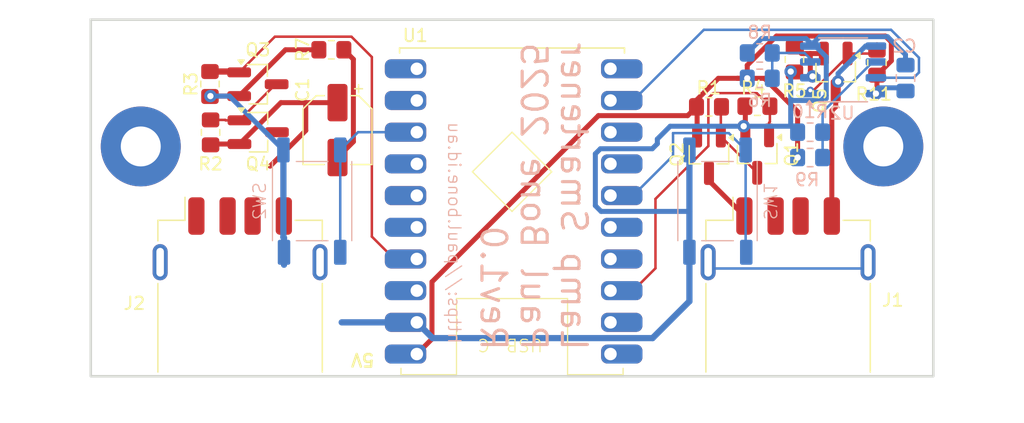
<source format=kicad_pcb>
(kicad_pcb (version 20241229) (generator "pcbnew") (generator_version "9.0")
  (layers (0 "F.Cu" signal) (2 "B.Cu" signal) (13 "F.Paste" user) (15 "B.Paste" user) (5 "F.SilkS" user "F.Silkscreen") (7 "B.SilkS" user "B.Silkscreen") (1 "F.Mask" user) (3 "B.Mask" user) (25 "Edge.Cuts" user))
  (net 0 "")
  (net 1 "GND")
  (net 2 "+5V")
  (net 5 "Net-(U1-GPIO6)")
  (net 6 "Net-(J1-VBUS)")
  (net 15 "Net-(J2-VBUS)")
  (net 17 "Net-(Q1-D)")
  (net 18 "Net-(Q1-G)")
  (net 19 "Net-(Q3-D)")
  (net 20 "Net-(Q3-G)")
  (net 21 "Net-(U1-GPIO3)")
  (net 22 "Net-(U1-GPIO14)")
  (net 29 "/Clim")
  (net 30 "/Sheild")
  (net 31 "Net-(Q5-S)")
  (net 32 "Net-(Q5-G)")
  (net 33 "Net-(U2A-+)")
  (net 34 "Net-(U2B--)")
  (footprint "Resistor_SMD:R_0805_2012Metric_Pad1.20x1.40mm_HandSolder" (layer "F.Cu") (at 181.692 126.952 180)
    (property "Reference" "R4" (at 0.336 1.476 0) (layer "F.SilkS"))
    (property "Value" "10K")
    (fp_line (start -0.227064 0.735) (end 0.227064 0.735) (stroke (width 0.12)) (layer "F.SilkS"))
    (fp_line (start -0.227064 -0.735) (end 0.227064 -0.735) (stroke (width 0.12)) (layer "F.SilkS"))
    (pad "1" smd roundrect (at -1 0 180) (size 1.2 1.4) (layers "F.Cu" "F.Mask" "F.Paste") (roundrect_rratio 0.208333) (net 18 "Net-(Q1-G)"))
    (pad "2" smd roundrect (at 1 0 180) (size 1.2 1.4) (layers "F.Cu" "F.Mask" "F.Paste") (roundrect_rratio 0.208333) (net 1 "GND"))
  )
  (footprint "Resistor_SMD:R_0805_2012Metric_Pad1.20x1.40mm_HandSolder" (layer "F.Cu") (at 137.874 125.172 -90)
    (property "Reference" "R3" (at 0.016 1.524 90) (layer "F.SilkS"))
    (property "Value" "10K")
    (fp_line (start -0.227064 0.735) (end 0.227064 0.735) (stroke (width 0.12)) (layer "F.SilkS"))
    (fp_line (start -0.227064 -0.735) (end 0.227064 -0.735) (stroke (width 0.12)) (layer "F.SilkS"))
    (pad "1" smd roundrect (at -1 0 270) (size 1.2 1.4) (layers "F.Cu" "F.Mask" "F.Paste") (roundrect_rratio 0.208333) (net 20 "Net-(Q3-G)"))
    (pad "2" smd roundrect (at 1 0 270) (size 1.2 1.4) (layers "F.Cu" "F.Mask" "F.Paste") (roundrect_rratio 0.208333) (net 1 "GND"))
  )
  (footprint "Resistor_SMD:R_0805_2012Metric_Pad1.20x1.40mm_HandSolder" (layer "F.Cu") (at 137.922 129.048 90)
    (property "Reference" "R2" (at -2.524 0 180) (layer "F.SilkS"))
    (property "Value" "10K")
    (fp_line (start -0.227064 -0.735) (end 0.227064 -0.735) (stroke (width 0.12)) (layer "F.SilkS"))
    (fp_line (start -0.227064 0.735) (end 0.227064 0.735) (stroke (width 0.12)) (layer "F.SilkS"))
    (pad "1" smd roundrect (at -1 0 90) (size 1.2 1.4) (layers "F.Cu" "F.Mask" "F.Paste") (roundrect_rratio 0.208333) (net 2 "+5V"))
    (pad "2" smd roundrect (at 1 0 90) (size 1.2 1.4) (layers "F.Cu" "F.Mask" "F.Paste") (roundrect_rratio 0.208333) (net 19 "Net-(Q3-D)"))
  )
  (footprint "Resistor_SMD:R_0805_2012Metric_Pad1.20x1.40mm_HandSolder" (layer "F.Cu") (at 191.262 123.46 90)
    (property "Reference" "R11" (at -2.524 -0.254 180) (layer "F.SilkS"))
    (property "Value" "10K")
    (fp_line (start -0.227064 -0.735) (end 0.227064 -0.735) (stroke (width 0.12)) (layer "F.SilkS"))
    (fp_line (start -0.227064 0.735) (end 0.227064 0.735) (stroke (width 0.12)) (layer "F.SilkS"))
    (pad "1" smd roundrect (at -1 0 90) (size 1.2 1.4) (layers "F.Cu" "F.Mask" "F.Paste") (roundrect_rratio 0.208333) (net 2 "+5V"))
    (pad "2" smd roundrect (at 1 0 90) (size 1.2 1.4) (layers "F.Cu" "F.Mask" "F.Paste") (roundrect_rratio 0.208333) (net 32 "Net-(Q5-G)"))
  )
  (footprint "Connector_USB:USB_A_Receptacle_GCT_USB1046" (layer "F.Cu") (at 140.285 143.002)
    (property "Reference" "J2" (at -8.459 -0.254 0) (layer "F.SilkS"))
    (property "Value" "USB_A")
    (fp_line (start -6.58 -6.91) (end -6.58 -5.26) (stroke (width 0.12)) (layer "F.SilkS"))
    (fp_line (start -6.58 -1.84) (end -6.58 5.25) (stroke (width 0.12)) (layer "F.SilkS"))
    (fp_line (start -4.41 -6.91) (end -6.58 -6.91) (stroke (width 0.12)) (layer "F.SilkS"))
    (fp_line (start -4.41 -6.91) (end -4.41 -8.75) (stroke (width 0.12)) (layer "F.SilkS"))
    (fp_line (start 4.41 -6.91) (end 6.58 -6.91) (stroke (width 0.12)) (layer "F.SilkS"))
    (fp_line (start 6.58 -6.91) (end 6.58 -5.26) (stroke (width 0.12)) (layer "F.SilkS"))
    (fp_line (start 6.58 -1.84) (end 6.58 5.25) (stroke (width 0.12)) (layer "F.SilkS"))
    (pad "1" smd roundrect (at -3.5 -7.25) (size 1.3 3) (layers "F.Cu" "F.Mask" "F.Paste") (net 15 "Net-(J2-VBUS)"))
    (pad "2" smd roundrect (at -1 -7.25) (size 1.3 3) (layers "F.Cu" "F.Mask" "F.Paste"))
    (pad "3" smd roundrect (at 1 -7.25) (size 1.3 3) (layers "F.Cu" "F.Mask" "F.Paste"))
    (pad "4" smd roundrect (at 3.5 -7.25) (size 1.3 3) (layers "F.Cu" "F.Mask" "F.Paste") (net 29 "/Clim"))
    (pad "5" thru_hole oval (at -6.4 -3.55) (size 1.2 2.9) (drill oval 0.6 2.3) (property pad_prop_heatsink) (layers "*.Cu" "*.Mask") (net 30 "/Sheild"))
    (pad "5" thru_hole oval (at 6.4 -3.55) (size 1.2 2.9) (drill oval 0.6 2.3) (property pad_prop_heatsink) (layers "*.Cu" "*.Mask") (net 30 "/Sheild"))
  )
  (footprint "MountingHole:MountingHole_3.2mm_M3_Pad" (layer "F.Cu") (at 191.77 130.175)
    (property "Reference" "REF**" (hide yes))
    (property "Value" "MountingHole_3.2mm_M3_Pad")
    (pad "1" thru_hole circle (at 0 0) (size 6.4 6.4) (drill 3.2) (layers "*.Cu" "*.Mask"))
  )
  (footprint "Connector_USB:USB_A_Receptacle_GCT_USB1046" (layer "F.Cu") (at 184.15 143.002)
    (property "Reference" "J1" (at 8.382 -0.508 0) (layer "F.SilkS"))
    (property "Value" "USB_A")
    (fp_line (start -6.58 -6.91) (end -6.58 -5.26) (stroke (width 0.12)) (layer "F.SilkS"))
    (fp_line (start -6.58 -1.84) (end -6.58 5.25) (stroke (width 0.12)) (layer "F.SilkS"))
    (fp_line (start -4.41 -6.91) (end -6.58 -6.91) (stroke (width 0.12)) (layer "F.SilkS"))
    (fp_line (start -4.41 -6.91) (end -4.41 -8.75) (stroke (width 0.12)) (layer "F.SilkS"))
    (fp_line (start 4.41 -6.91) (end 6.58 -6.91) (stroke (width 0.12)) (layer "F.SilkS"))
    (fp_line (start 6.58 -6.91) (end 6.58 -5.26) (stroke (width 0.12)) (layer "F.SilkS"))
    (fp_line (start 6.58 -1.84) (end 6.58 5.25) (stroke (width 0.12)) (layer "F.SilkS"))
    (pad "1" smd roundrect (at -3.5 -7.25) (size 1.3 3) (layers "F.Cu" "F.Mask" "F.Paste") (net 6 "Net-(J1-VBUS)"))
    (pad "2" smd roundrect (at -1 -7.25) (size 1.3 3) (layers "F.Cu" "F.Mask" "F.Paste"))
    (pad "3" smd roundrect (at 1 -7.25) (size 1.3 3) (layers "F.Cu" "F.Mask" "F.Paste"))
    (pad "4" smd roundrect (at 3.5 -7.25) (size 1.3 3) (layers "F.Cu" "F.Mask" "F.Paste") (net 29 "/Clim"))
    (pad "5" thru_hole oval (at -6.4 -3.55) (size 1.2 2.9) (drill oval 0.6 2.3) (property pad_prop_heatsink) (layers "*.Cu" "*.Mask") (net 30 "/Sheild"))
    (pad "5" thru_hole oval (at 6.4 -3.55) (size 1.2 2.9) (drill oval 0.6 2.3) (property pad_prop_heatsink) (layers "*.Cu" "*.Mask") (net 30 "/Sheild"))
  )
  (footprint "Resistor_SMD:R_0805_2012Metric_Pad1.20x1.40mm_HandSolder" (layer "F.Cu") (at 184.658 123.206 -90)
    (property "Reference" "R5" (at 2.524 0 180) (layer "F.SilkS"))
    (property "Value" "0.1")
    (fp_line (start -0.227064 0.735) (end 0.227064 0.735) (stroke (width 0.12)) (layer "F.SilkS"))
    (fp_line (start -0.227064 -0.735) (end 0.227064 -0.735) (stroke (width 0.12)) (layer "F.SilkS"))
    (pad "1" smd roundrect (at -1 0 270) (size 1.2 1.4) (layers "F.Cu" "F.Mask" "F.Paste") (roundrect_rratio 0.208333) (net 31 "Net-(Q5-S)"))
    (pad "2" smd roundrect (at 1 0 270) (size 1.2 1.4) (layers "F.Cu" "F.Mask" "F.Paste") (roundrect_rratio 0.208333) (net 1 "GND"))
  )
  (footprint "Resistor_SMD:R_0805_2012Metric_Pad1.20x1.40mm_HandSolder" (layer "F.Cu") (at 147.59 122.428)
    (property "Reference" "R7" (at -2.302 0 90) (layer "F.SilkS"))
    (property "Value" "0")
    (fp_line (start -0.227064 -0.735) (end 0.227064 -0.735) (stroke (width 0.12)) (layer "F.SilkS"))
    (fp_line (start -0.227064 0.735) (end 0.227064 0.735) (stroke (width 0.12)) (layer "F.SilkS"))
    (pad "1" smd roundrect (at -1 0) (size 1.2 1.4) (layers "F.Cu" "F.Mask" "F.Paste") (roundrect_rratio 0.208333) (net 1 "GND"))
    (pad "2" smd roundrect (at 1 0) (size 1.2 1.4) (layers "F.Cu" "F.Mask" "F.Paste") (roundrect_rratio 0.208333) (net 29 "/Clim"))
  )
  (footprint "Resistor_SMD:R_0805_2012Metric_Pad1.20x1.40mm_HandSolder" (layer "F.Cu") (at 177.816 127)
    (property "Reference" "R1" (at -0.016 -1.524 180) (layer "F.SilkS"))
    (property "Value" "10K")
    (fp_line (start -0.227064 -0.735) (end 0.227064 -0.735) (stroke (width 0.12)) (layer "F.SilkS"))
    (fp_line (start -0.227064 0.735) (end 0.227064 0.735) (stroke (width 0.12)) (layer "F.SilkS"))
    (pad "1" smd roundrect (at -1 0) (size 1.2 1.4) (layers "F.Cu" "F.Mask" "F.Paste") (roundrect_rratio 0.208333) (net 2 "+5V"))
    (pad "2" smd roundrect (at 1 0) (size 1.2 1.4) (layers "F.Cu" "F.Mask" "F.Paste") (roundrect_rratio 0.208333) (net 17 "Net-(Q1-D)"))
  )
  (footprint "Package_TO_SOT_SMD:SOT-23_Handsoldering" (layer "F.Cu") (at 181.676 130.786 -90)
    (property "Reference" "Q1" (at 0 -2.75 270) (layer "F.SilkS"))
    (property "Value" "2N7002")
    (fp_line (start 0.76 1.58) (end -0.7 1.58) (stroke (width 0.12)) (layer "F.SilkS"))
    (fp_line (start 0.76 1.58) (end 0.76 0.65) (stroke (width 0.12)) (layer "F.SilkS"))
    (fp_line (start -0.04 -1.58) (end -0.84 -1.58) (stroke (width 0.12)) (layer "F.SilkS"))
    (fp_line (start -0.04 -1.58) (end 0.76 -1.58) (stroke (width 0.12)) (layer "F.SilkS"))
    (fp_line (start 0.76 -1.58) (end 0.76 -0.65) (stroke (width 0.12)) (layer "F.SilkS"))
    (fp_poly (pts (xy -1.34 -1.61) (xy -1.58 -1.94) (xy -1.1 -1.94) (xy -1.34 -1.61)) (stroke (width 0.12)) (fill yes) (layer "F.SilkS"))
    (pad "1" smd roundrect (at -1.5 -0.95 270) (size 1.9 0.8) (layers "F.Cu" "F.Mask" "F.Paste") (net 18 "Net-(Q1-G)"))
    (pad "2" smd roundrect (at -1.5 0.95 270) (size 1.9 0.8) (layers "F.Cu" "F.Mask" "F.Paste") (net 1 "GND"))
    (pad "3" smd roundrect (at 1.5 0 270) (size 1.9 0.8) (layers "F.Cu" "F.Mask" "F.Paste") (net 17 "Net-(Q1-D)"))
  )
  (footprint "Package_TO_SOT_SMD:SOT-23_Handsoldering" (layer "F.Cu") (at 177.816 130.81 -90)
    (property "Reference" "Q2" (at 0 2.556 270) (layer "F.SilkS"))
    (property "Value" "AO3401A")
    (fp_line (start 0.76 1.58) (end -0.7 1.58) (stroke (width 0.12)) (layer "F.SilkS"))
    (fp_line (start 0.76 1.58) (end 0.76 0.65) (stroke (width 0.12)) (layer "F.SilkS"))
    (fp_line (start -0.04 -1.58) (end -0.84 -1.58) (stroke (width 0.12)) (layer "F.SilkS"))
    (fp_line (start -0.04 -1.58) (end 0.76 -1.58) (stroke (width 0.12)) (layer "F.SilkS"))
    (fp_line (start 0.76 -1.58) (end 0.76 -0.65) (stroke (width 0.12)) (layer "F.SilkS"))
    (fp_poly (pts (xy -1.34 -1.61) (xy -1.58 -1.94) (xy -1.1 -1.94) (xy -1.34 -1.61)) (stroke (width 0.12)) (fill yes) (layer "F.SilkS"))
    (pad "1" smd roundrect (at -1.5 -0.95 270) (size 1.9 0.8) (layers "F.Cu" "F.Mask" "F.Paste") (net 17 "Net-(Q1-D)"))
    (pad "2" smd roundrect (at -1.5 0.95 270) (size 1.9 0.8) (layers "F.Cu" "F.Mask" "F.Paste") (net 2 "+5V"))
    (pad "3" smd roundrect (at 1.5 0 270) (size 1.9 0.8) (layers "F.Cu" "F.Mask" "F.Paste") (net 6 "Net-(J1-VBUS)"))
  )
  (footprint "My footprints:MODULE_ESP32-C3_SUPERMINI" (layer "F.Cu") (at 162.052 137.287 180)
    (property "Reference" "U1" (at 7.747 16.002 180) (layer "F.SilkS"))
    (property "Value" "ESP32-C6_SUPERMINI_SMD")
    (fp_line (start 9 15) (end 9 14.605) (stroke (width 0.127)) (layer "F.SilkS"))
    (fp_line (start 9 15) (end -9 15) (stroke (width 0.127)) (layer "F.SilkS"))
    (fp_line (start 8.89 -11.176) (end 8.89 -10.668) (stroke (width 0.1)) (layer "F.SilkS"))
    (fp_line (start 4.445 -5.08) (end -4.445 -5.08) (stroke (width 0.1)) (layer "F.SilkS"))
    (fp_line (start 4.445 -11.176) (end 8.89 -11.176) (stroke (width 0.1)) (layer "F.SilkS"))
    (fp_line (start 4.445 -11.176) (end 4.445 -5.08) (stroke (width 0.1)) (layer "F.SilkS"))
    (fp_line (start 3.175 5.08) (end 0 8.255) (stroke (width 0.1)) (layer "F.SilkS"))
    (fp_line (start 0 8.255) (end -3.175 5.08) (stroke (width 0.1)) (layer "F.SilkS"))
    (fp_line (start 0 1.905) (end 3.175 5.08) (stroke (width 0.1)) (layer "F.SilkS"))
    (fp_line (start -3.175 5.08) (end 0 1.905) (stroke (width 0.1)) (layer "F.SilkS"))
    (fp_line (start -4.445 -5.08) (end -4.445 -11.176) (stroke (width 0.1)) (layer "F.SilkS"))
    (fp_line (start -4.445 -11.176) (end -8.89 -11.176) (stroke (width 0.1)) (layer "F.SilkS"))
    (fp_line (start -8.89 -11.176) (end -8.89 -10.668) (stroke (width 0.1)) (layer "F.SilkS"))
    (fp_line (start -9 15) (end -9 14.605) (stroke (width 0.127)) (layer "F.SilkS"))
    (fp_text user "USB-C" (at -2.54 -8.215 180) (layer "F.SilkS") (effects (font (thickness 0.1)) (justify left bottom)))
    (fp_text user "5V" (at 10.922 -9.398 180) (layer "F.SilkS") (effects (font (thickness 0.2) (bold yes)) (justify left bottom)))
    (pad "0" thru_hole roundrect (at -7.88 -4.445 180) (size 3.31 1.524) (drill 1 (offset -0.905 0)) (layers "*.Cu" "*.Mask") (roundrect_rratio 0.3280839895) (net 18 "Net-(Q1-G)"))
    (pad "1" thru_hole roundrect (at -7.88 -1.905 180) (size 3.31 1.524) (drill 1 (offset -0.905 0)) (layers "*.Cu" "*.Mask") (roundrect_rratio 0.3280839895))
    (pad "2" thru_hole roundrect (at -7.88 0.635 180) (size 3.31 1.524) (drill 1 (offset -0.905 0)) (layers "*.Cu" "*.Mask") (roundrect_rratio 0.3280839895))
    (pad "3" thru_hole roundrect (at -7.88 3.175 180) (size 3.31 1.524) (drill 1 (offset -0.905 0)) (layers "*.Cu" "*.Mask") (roundrect_rratio 0.3280839895) (net 21 "Net-(U1-GPIO3)"))
    (pad "3.3" thru_hole roundrect (at 7.62 -4.445 180) (size 3.31 1.524) (drill 1 (offset 0.905 0)) (layers "*.Cu" "*.Mask") (roundrect_rratio 0.3280839895))
    (pad "4" thru_hole roundrect (at -7.88 5.715 180) (size 3.31 1.524) (drill 1 (offset -0.905 0)) (layers "*.Cu" "*.Mask") (roundrect_rratio 0.3280839895))
    (pad "5" thru_hole roundrect (at -7.88 8.255 180) (size 3.31 1.524) (drill 1 (offset -0.905 0)) (layers "*.Cu" "*.Mask") (roundrect_rratio 0.3280839895))
    (pad "5V" thru_hole roundrect (at 7.62 -9.525 180) (size 3.31 1.524) (drill 1 (offset 0.905 0)) (layers "*.Cu" "*.Mask") (roundrect_rratio 0.3280839895) (net 2 "+5V"))
    (pad "6" thru_hole roundrect (at -7.88 10.795 180) (size 3.31 1.524) (drill 1 (offset -0.905 0)) (layers "*.Cu" "*.Mask") (roundrect_rratio 0.3280839895) (net 5 "Net-(U1-GPIO6)"))
    (pad "7" thru_hole roundrect (at -7.88 13.335 180) (size 3.31 1.524) (drill 1 (offset -0.905 0)) (layers "*.Cu" "*.Mask") (roundrect_rratio 0.3280839895))
    (pad "8" thru_hole roundrect (at 7.62 13.335 180) (size 3.31 1.524) (drill 1 (offset 0.905 0)) (layers "*.Cu" "*.Mask") (roundrect_rratio 0.3280839895))
    (pad "9" thru_hole roundrect (at 7.62 10.795 180) (size 3.31 1.524) (drill 1 (offset 0.905 0)) (layers "*.Cu" "*.Mask") (roundrect_rratio 0.3280839895))
    (pad "14" thru_hole roundrect (at 7.62 8.255 180) (size 3.31 1.524) (drill 1 (offset 0.905 0)) (layers "*.Cu" "*.Mask") (roundrect_rratio 0.3280839895) (net 22 "Net-(U1-GPIO14)"))
    (pad "15" thru_hole roundrect (at 7.62 5.715 180) (size 3.31 1.524) (drill 1 (offset 0.905 0)) (layers "*.Cu" "*.Mask") (roundrect_rratio 0.3280839895))
    (pad "18" thru_hole roundrect (at 7.62 3.175 180) (size 3.31 1.524) (drill 1 (offset 0.905 0)) (layers "*.Cu" "*.Mask") (roundrect_rratio 0.3280839895))
    (pad "19" thru_hole roundrect (at 7.62 0.635 180) (size 3.31 1.524) (drill 1 (offset 0.905 0)) (layers "*.Cu" "*.Mask") (roundrect_rratio 0.3280839895))
    (pad "20" thru_hole roundrect (at 7.62 -1.905 180) (size 3.31 1.524) (drill 1 (offset 0.905 0)) (layers "*.Cu" "*.Mask") (roundrect_rratio 0.3280839895) (net 20 "Net-(Q3-G)"))
    (pad "G" thru_hole roundrect (at 7.62 -6.985 180) (size 3.31 1.524) (drill 1 (offset 0.905 0)) (layers "*.Cu" "*.Mask") (roundrect_rratio 0.3280839895) (net 1 "GND"))
    (pad "RX" thru_hole roundrect (at -7.88 -6.985 180) (size 3.31 1.524) (drill 1 (offset -0.905 0)) (layers "*.Cu" "*.Mask") (roundrect_rratio 0.3280839895))
    (pad "TX" thru_hole roundrect (at -7.88 -9.525 180) (size 3.31 1.524) (drill 1 (offset -0.905 0)) (layers "*.Cu" "*.Mask") (roundrect_rratio 0.3280839895))
  )
  (footprint "MountingHole:MountingHole_3.2mm_M3_Pad" (layer "F.Cu") (at 132.334 130.175)
    (property "Reference" "REF**" (hide yes))
    (property "Value" "MountingHole_3.2mm_M3_Pad")
    (pad "1" thru_hole circle (at 0 0) (size 6.4 6.4) (drill 3.2) (layers "*.Cu" "*.Mask"))
  )
  (footprint "Package_TO_SOT_SMD:SOT-23_Handsoldering" (layer "F.Cu") (at 187.96 124.23 -90)
    (property "Reference" "Q5" (at 2.262 1.27 90) (layer "F.SilkS"))
    (property "Value" "AO3400A")
    (fp_line (start 0.76 1.58) (end -0.7 1.58) (stroke (width 0.12)) (layer "F.SilkS"))
    (fp_line (start 0.76 1.58) (end 0.76 0.65) (stroke (width 0.12)) (layer "F.SilkS"))
    (fp_line (start -0.04 -1.58) (end -0.84 -1.58) (stroke (width 0.12)) (layer "F.SilkS"))
    (fp_line (start -0.04 -1.58) (end 0.76 -1.58) (stroke (width 0.12)) (layer "F.SilkS"))
    (fp_line (start 0.76 -1.58) (end 0.76 -0.65) (stroke (width 0.12)) (layer "F.SilkS"))
    (fp_poly (pts (xy -1.34 -1.61) (xy -1.58 -1.94) (xy -1.1 -1.94) (xy -1.34 -1.61)) (stroke (width 0.12)) (fill yes) (layer "F.SilkS"))
    (pad "1" smd roundrect (at -1.5 -0.95 270) (size 1.9 0.8) (layers "F.Cu" "F.Mask" "F.Paste") (net 32 "Net-(Q5-G)"))
    (pad "2" smd roundrect (at -1.5 0.95 270) (size 1.9 0.8) (layers "F.Cu" "F.Mask" "F.Paste") (net 31 "Net-(Q5-S)"))
    (pad "3" smd roundrect (at 1.5 0 270) (size 1.9 0.8) (layers "F.Cu" "F.Mask" "F.Paste") (net 29 "/Clim"))
  )
  (footprint "Capacitor_SMD:CP_Elec_5x5.7" (layer "F.Cu") (at 148.082 128.864 -90)
    (property "Reference" "C1" (at -3.216 2.794 90) (layer "F.SilkS"))
    (property "Value" "100uF")
    (fp_line (start -1.695563 2.76) (end 2.76 2.76) (stroke (width 0.12)) (layer "F.SilkS"))
    (fp_line (start 2.76 2.76) (end 2.76 1.06) (stroke (width 0.12)) (layer "F.SilkS"))
    (fp_line (start -2.76 1.695563) (end -1.695563 2.76) (stroke (width 0.12)) (layer "F.SilkS"))
    (fp_line (start -2.76 1.695563) (end -2.76 1.06) (stroke (width 0.12)) (layer "F.SilkS"))
    (fp_line (start -3.625 -1.685) (end -3 -1.685) (stroke (width 0.12)) (layer "F.SilkS"))
    (fp_line (start -2.76 -1.695563) (end -2.76 -1.06) (stroke (width 0.12)) (layer "F.SilkS"))
    (fp_line (start -2.76 -1.695563) (end -1.695563 -2.76) (stroke (width 0.12)) (layer "F.SilkS"))
    (fp_line (start -3.3125 -1.9975) (end -3.3125 -1.3725) (stroke (width 0.12)) (layer "F.SilkS"))
    (fp_line (start -1.695563 -2.76) (end 2.76 -2.76) (stroke (width 0.12)) (layer "F.SilkS"))
    (fp_line (start 2.76 -2.76) (end 2.76 -1.06) (stroke (width 0.12)) (layer "F.SilkS"))
    (pad "1" smd roundrect (at -2.2 0 270) (size 3 1.6) (layers "F.Cu" "F.Mask" "F.Paste") (roundrect_rratio 0.15625) (net 2 "+5V"))
    (pad "2" smd roundrect (at 2.2 0 270) (size 3 1.6) (layers "F.Cu" "F.Mask" "F.Paste") (roundrect_rratio 0.15625) (net 29 "/Clim"))
  )
  (footprint "Package_TO_SOT_SMD:SOT-23_Handsoldering" (layer "F.Cu") (at 141.732 129.032)
    (property "Reference" "Q4" (at 0 2.54 0) (layer "F.SilkS"))
    (property "Value" "AO3401A")
    (fp_line (start -0.04 -1.58) (end -0.84 -1.58) (stroke (width 0.12)) (layer "F.SilkS"))
    (fp_line (start -0.04 -1.58) (end 0.76 -1.58) (stroke (width 0.12)) (layer "F.SilkS"))
    (fp_line (start 0.76 -1.58) (end 0.76 -0.65) (stroke (width 0.12)) (layer "F.SilkS"))
    (fp_line (start 0.76 1.58) (end -0.7 1.58) (stroke (width 0.12)) (layer "F.SilkS"))
    (fp_line (start 0.76 1.58) (end 0.76 0.65) (stroke (width 0.12)) (layer "F.SilkS"))
    (fp_poly (pts (xy -1.34 -1.61) (xy -1.58 -1.94) (xy -1.1 -1.94) (xy -1.34 -1.61)) (stroke (width 0.12)) (fill yes) (layer "F.SilkS"))
    (pad "1" smd roundrect (at -1.5 -0.95) (size 1.9 0.8) (layers "F.Cu" "F.Mask" "F.Paste") (net 19 "Net-(Q3-D)"))
    (pad "2" smd roundrect (at -1.5 0.95) (size 1.9 0.8) (layers "F.Cu" "F.Mask" "F.Paste") (net 2 "+5V"))
    (pad "3" smd roundrect (at 1.5 0) (size 1.9 0.8) (layers "F.Cu" "F.Mask" "F.Paste") (net 15 "Net-(J2-VBUS)"))
  )
  (footprint "Package_TO_SOT_SMD:SOT-23_Handsoldering" (layer "F.Cu") (at 141.708 125.188)
    (property "Reference" "Q3" (at 0 -2.75 0) (layer "F.SilkS"))
    (property "Value" "2N7002")
    (fp_line (start -0.04 -1.58) (end -0.84 -1.58) (stroke (width 0.12)) (layer "F.SilkS"))
    (fp_line (start -0.04 -1.58) (end 0.76 -1.58) (stroke (width 0.12)) (layer "F.SilkS"))
    (fp_line (start 0.76 -1.58) (end 0.76 -0.65) (stroke (width 0.12)) (layer "F.SilkS"))
    (fp_line (start 0.76 1.58) (end -0.7 1.58) (stroke (width 0.12)) (layer "F.SilkS"))
    (fp_line (start 0.76 1.58) (end 0.76 0.65) (stroke (width 0.12)) (layer "F.SilkS"))
    (fp_poly (pts (xy -1.34 -1.61) (xy -1.58 -1.94) (xy -1.1 -1.94) (xy -1.34 -1.61)) (stroke (width 0.12)) (fill yes) (layer "F.SilkS"))
    (pad "1" smd roundrect (at -1.5 -0.95) (size 1.9 0.8) (layers "F.Cu" "F.Mask" "F.Paste") (net 20 "Net-(Q3-G)"))
    (pad "2" smd roundrect (at -1.5 0.95) (size 1.9 0.8) (layers "F.Cu" "F.Mask" "F.Paste") (net 1 "GND"))
    (pad "3" smd roundrect (at 1.5 0) (size 1.9 0.8) (layers "F.Cu" "F.Mask" "F.Paste") (net 19 "Net-(Q3-D)"))
  )
  (footprint "Capacitor_SMD:C_0805_2012Metric_Pad1.18x1.45mm_HandSolder" (layer "B.Cu") (at 193.548 124.6925 90)
    (property "Reference" "C2" (at 2.5615 -0.084 0) (layer "B.SilkS") (effects (justify mirror)))
    (property "Value" "0.1uF")
    (fp_line (start -0.261252 -0.735) (end 0.261252 -0.735) (stroke (width 0.12)) (layer "B.SilkS"))
    (fp_line (start -0.261252 0.735) (end 0.261252 0.735) (stroke (width 0.12)) (layer "B.SilkS"))
    (pad "1" smd roundrect (at -1.0375 0 90) (size 1.175 1.45) (layers "B.Cu" "B.Mask" "B.Paste") (roundrect_rratio 0.212766) (net 2 "+5V"))
    (pad "2" smd roundrect (at 1.0375 0 90) (size 1.175 1.45) (layers "B.Cu" "B.Mask" "B.Paste") (roundrect_rratio 0.212766) (net 1 "GND"))
  )
  (footprint "My footprints:SW_SMD_Tact_6mm" (layer "B.Cu") (at 146.05 134.555 -90)
    (property "Reference" "SW2" (at 0 4.2 90) (layer "B.SilkS") (effects (font (thickness 0.1)) (justify mirror)))
    (property "Value" "SW_Push")
    (fp_line (start -3.175 3.175) (end 3.175 3.175) (stroke (width 0.1)) (layer "B.SilkS"))
    (fp_line (start 3.175 1.27) (end 3.175 -1.27) (stroke (width 0.1)) (layer "B.SilkS"))
    (fp_line (start -3.175 -1.27) (end -3.175 1.27) (stroke (width 0.1)) (layer "B.SilkS"))
    (fp_line (start 3.175 -3.175) (end -3.175 -3.175) (stroke (width 0.1)) (layer "B.SilkS"))
    (pad "1" smd roundrect (at -4.1 2.3 270) (size 2 1) (layers "B.Cu" "B.Mask") (roundrect_rratio 0.15) (net 1 "GND"))
    (pad "1" smd roundrect (at 4.1 2.25 270) (size 2 1) (layers "B.Cu" "B.Mask") (roundrect_rratio 0.15) (net 1 "GND"))
    (pad "2" smd roundrect (at -4.1 -2.25 270) (size 2 1) (layers "B.Cu" "B.Mask") (roundrect_rratio 0.15) (net 22 "Net-(U1-GPIO14)"))
    (pad "2" smd roundrect (at 4.1 -2.25 270) (size 2 1) (layers "B.Cu" "B.Mask") (roundrect_rratio 0.15) (net 22 "Net-(U1-GPIO14)"))
  )
  (footprint "Resistor_SMD:R_0805_2012Metric_Pad1.20x1.40mm_HandSolder" (layer "B.Cu") (at 181.88 124.714)
    (property "Reference" "R6" (at 0 1.778 180) (layer "B.SilkS") (effects (justify mirror)))
    (property "Value" "10K")
    (fp_line (start -0.227064 -0.735) (end 0.227064 -0.735) (stroke (width 0.12)) (layer "B.SilkS"))
    (fp_line (start -0.227064 0.735) (end 0.227064 0.735) (stroke (width 0.12)) (layer "B.SilkS"))
    (pad "1" smd roundrect (at -1 0) (size 1.2 1.4) (layers "B.Cu" "B.Mask" "B.Paste") (roundrect_rratio 0.208333) (net 2 "+5V"))
    (pad "2" smd roundrect (at 1 0) (size 1.2 1.4) (layers "B.Cu" "B.Mask" "B.Paste") (roundrect_rratio 0.208333) (net 33 "Net-(U2A-+)"))
  )
  (footprint "Resistor_SMD:R_0805_2012Metric_Pad1.20x1.40mm_HandSolder" (layer "B.Cu") (at 185.912 131.064)
    (property "Reference" "R9" (at -0.238 1.778 0) (layer "B.SilkS") (effects (justify mirror)))
    (property "Value" "4.7K")
    (fp_line (start -0.227064 -0.735) (end 0.227064 -0.735) (stroke (width 0.12)) (layer "B.SilkS"))
    (fp_line (start -0.227064 0.735) (end 0.227064 0.735) (stroke (width 0.12)) (layer "B.SilkS"))
    (pad "1" smd roundrect (at -1 0) (size 1.2 1.4) (layers "B.Cu" "B.Mask" "B.Paste") (roundrect_rratio 0.208333) (net 2 "+5V"))
    (pad "2" smd roundrect (at 1 0) (size 1.2 1.4) (layers "B.Cu" "B.Mask" "B.Paste") (roundrect_rratio 0.208333) (net 34 "Net-(U2B--)"))
  )
  (footprint "Resistor_SMD:R_0805_2012Metric_Pad1.20x1.40mm_HandSolder" (layer "B.Cu") (at 181.88 122.682 180)
    (property "Reference" "R8" (at 0 1.65 180) (layer "B.SilkS") (effects (justify mirror)))
    (property "Value" "100")
    (fp_line (start -0.227064 0.735) (end 0.227064 0.735) (stroke (width 0.12)) (layer "B.SilkS"))
    (fp_line (start -0.227064 -0.735) (end 0.227064 -0.735) (stroke (width 0.12)) (layer "B.SilkS"))
    (pad "1" smd roundrect (at -1 0 180) (size 1.2 1.4) (layers "B.Cu" "B.Mask" "B.Paste") (roundrect_rratio 0.208333) (net 33 "Net-(U2A-+)"))
    (pad "2" smd roundrect (at 1 0 180) (size 1.2 1.4) (layers "B.Cu" "B.Mask" "B.Paste") (roundrect_rratio 0.208333) (net 1 "GND"))
  )
  (footprint "My footprints:SW_SMD_Tact_6mm" (layer "B.Cu") (at 178.5 134.555 90)
    (property "Reference" "SW1" (at 0 4.2 270) (layer "B.SilkS") (effects (font (thickness 0.1)) (justify mirror)))
    (property "Value" "SW_Push")
    (fp_line (start 3.175 -3.175) (end -3.175 -3.175) (stroke (width 0.1)) (layer "B.SilkS"))
    (fp_line (start -3.175 -1.27) (end -3.175 1.27) (stroke (width 0.1)) (layer "B.SilkS"))
    (fp_line (start 3.175 1.27) (end 3.175 -1.27) (stroke (width 0.1)) (layer "B.SilkS"))
    (fp_line (start -3.175 3.175) (end 3.175 3.175) (stroke (width 0.1)) (layer "B.SilkS"))
    (pad "1" smd roundrect (at -4.1 2.3 90) (size 2 1) (layers "B.Cu" "B.Mask") (roundrect_rratio 0.15) (net 21 "Net-(U1-GPIO3)"))
    (pad "1" smd roundrect (at 4.1 2.25 90) (size 2 1) (layers "B.Cu" "B.Mask") (roundrect_rratio 0.15) (net 21 "Net-(U1-GPIO3)"))
    (pad "2" smd roundrect (at -4.1 -2.25 90) (size 2 1) (layers "B.Cu" "B.Mask") (roundrect_rratio 0.15) (net 1 "GND"))
    (pad "2" smd roundrect (at 4.1 -2.25 90) (size 2 1) (layers "B.Cu" "B.Mask") (roundrect_rratio 0.15) (net 1 "GND"))
  )
  (footprint "Package_SO:SOP-8_3.9x4.9mm_P1.27mm" (layer "B.Cu") (at 188.553 124.036)
    (property "Reference" "U2" (at -0.085 3.472 180) (layer "B.SilkS") (effects (justify mirror)))
    (property "Value" "LM393")
    (fp_line (start 0 -2.56) (end -1.95 -2.56) (stroke (width 0.12)) (layer "B.SilkS"))
    (fp_line (start 0 -2.56) (end 1.95 -2.56) (stroke (width 0.12)) (layer "B.SilkS"))
    (fp_line (start 0 2.56) (end -1.95 2.56) (stroke (width 0.12)) (layer "B.SilkS"))
    (fp_line (start 0 2.56) (end 1.95 2.56) (stroke (width 0.12)) (layer "B.SilkS"))
    (fp_poly (pts (xy -2.7 2.465) (xy -2.94 2.795) (xy -2.46 2.795)) (stroke (width 0.12)) (fill yes) (layer "B.SilkS"))
    (pad "1" smd roundrect (at -2.625 1.905) (size 1.65 0.6) (layers "B.Cu" "B.Mask" "B.Paste") (net 32 "Net-(Q5-G)"))
    (pad "2" smd roundrect (at -2.625 0.635) (size 1.65 0.6) (layers "B.Cu" "B.Mask" "B.Paste") (net 31 "Net-(Q5-S)"))
    (pad "3" smd roundrect (at -2.625 -0.635) (size 1.65 0.6) (layers "B.Cu" "B.Mask" "B.Paste") (net 33 "Net-(U2A-+)"))
    (pad "4" smd roundrect (at -2.625 -1.905) (size 1.65 0.6) (layers "B.Cu" "B.Mask" "B.Paste") (net 1 "GND"))
    (pad "5" smd roundrect (at 2.625 -1.905) (size 1.65 0.6) (layers "B.Cu" "B.Mask" "B.Paste") (net 29 "/Clim"))
    (pad "6" smd roundrect (at 2.625 -0.635) (size 1.65 0.6) (layers "B.Cu" "B.Mask" "B.Paste") (net 34 "Net-(U2B--)"))
    (pad "7" smd roundrect (at 2.625 0.635) (size 1.65 0.6) (layers "B.Cu" "B.Mask" "B.Paste") (net 5 "Net-(U1-GPIO6)"))
    (pad "8" smd roundrect (at 2.625 1.905) (size 1.65 0.6) (layers "B.Cu" "B.Mask" "B.Paste") (net 2 "+5V"))
  )
  (footprint "Resistor_SMD:R_0805_2012Metric_Pad1.20x1.40mm_HandSolder" (layer "B.Cu") (at 185.912 129.032 180)
    (property "Reference" "R10" (at 0 1.65 180) (layer "B.SilkS") (effects (justify mirror)))
    (property "Value" "100")
    (fp_line (start -0.227064 0.735) (end 0.227064 0.735) (stroke (width 0.12)) (layer "B.SilkS"))
    (fp_line (start -0.227064 -0.735) (end 0.227064 -0.735) (stroke (width 0.12)) (layer "B.SilkS"))
    (pad "1" smd roundrect (at -1 0 180) (size 1.2 1.4) (layers "B.Cu" "B.Mask" "B.Paste") (roundrect_rratio 0.208333) (net 34 "Net-(U2B--)"))
    (pad "2" smd roundrect (at 1 0 180) (size 1.2 1.4) (layers "B.Cu" "B.Mask" "B.Paste") (roundrect_rratio 0.208333) (net 1 "GND"))
  )
  (gr_rect (start 128.3335 120.015) (end 195.7705 148.59) (stroke (width 0.2)) (fill no) (layer "Edge.Cuts"))
  (gr_text "Lamp Smartener\nPaul Bone 2025\nRev1.0\n" (at 159.385 146.685 270) (layer "B.SilkS") (effects (font (size 2 2) (thickness 0.25)) (justify left bottom mirror)))
  (gr_text "https://paul.bone.id.au" (at 156.845 146.05 270) (layer "B.SilkS") (effects (font (size 1 1) (thickness 0.1)) (justify left bottom mirror)))
  (segment (start 143.918 122.428) (end 140.208 126.138) (width 0.4) (layer "F.Cu") (net 1))
  (segment (start 180.726 129.286) (end 180.726 126.986) (width 0.4) (layer "F.Cu") (net 1))
  (segment (start 146.59 122.428) (end 143.918 122.428) (width 0.4) (layer "F.Cu") (net 1))
  (segment (start 140.208 126.138) (end 137.908 126.138) (width 0.4) (layer "F.Cu") (net 1))
  (via (at 137.908 126.138) (size 1) (drill 0.5) (layers "F.Cu" "B.Cu") (net 1))
  (via (at 180.594 128.553) (size 1) (drill 0.5) (layers "F.Cu" "B.Cu") (net 1))
  (via (at 184.357013 124.174735) (size 1) (drill 0.5) (layers "F.Cu" "B.Cu") (net 1))
  (segment (start 176.25 138.655) (end 176.25 142.585002) (width 0.5) (layer "B.Cu") (net 1))
  (segment (start 155.695 145.535) (end 154.432 144.272) (width 0.5) (layer "B.Cu") (net 1))
  (segment (start 143.8 137.505) (end 143.75 137.455) (width 0.5) (layer "B.Cu") (net 1))
  (segment (start 185.928 122.131) (end 186.679 121.38) (width 0.4) (layer "B.Cu") (net 1))
  (segment (start 174.711768 128.553) (end 173.683 129.581768) (width 0.4) (layer "B.Cu") (net 1))
  (segment (start 143.8 138.655) (end 143.8 139.654999) (width 0.5) (layer "B.Cu") (net 1))
  (segment (start 168.721 134.921292) (end 169.181708 135.382) (width 0.4) (layer "B.Cu") (net 1))
  (segment (start 169.124708 130.359) (end 168.721 130.762708) (width 0.4) (layer "B.Cu") (net 1))
  (segment (start 173.300002 145.535) (end 155.695 145.535) (width 0.5) (layer "B.Cu") (net 1))
  (segment (start 169.181708 135.382) (end 176.25 135.382) (width 0.4) (layer "B.Cu") (net 1))
  (segment (start 180.594 128.553) (end 174.711768 128.553) (width 0.4) (layer "B.Cu") (net 1))
  (segment (start 143.75 137.455) (end 143.75 130.455) (width 0.5) (layer "B.Cu") (net 1))
  (segment (start 176.25 135.382) (end 176.25 130.455) (width 0.5) (layer "B.Cu") (net 1))
  (segment (start 192.1061 121.38) (end 186.679 121.38) (width 0.4) (layer "B.Cu") (net 1))
  (segment (start 187.204 126.0901) (end 186.8021 126.492) (width 0.4) (layer "B.Cu") (net 1))
  (segment (start 193.548 122.8219) (end 192.1061 121.38) (width 0.4) (layer "B.Cu") (net 1))
  (segment (start 193.548 123.655) (end 193.548 122.8219) (width 0.4) (layer "B.Cu") (net 1))
  (segment (start 184.912 129.032) (end 184.433 128.553) (width 0.4) (layer "B.Cu") (net 1))
  (segment (start 187.204 122.9979) (end 187.204 126.3441) (width 0.4) (layer "B.Cu") (net 1))
  (segment (start 137.908 126.138) (end 139.433 126.138) (width 0.4) (layer "B.Cu") (net 1))
  (segment (start 184.433 128.553) (end 180.594 128.553) (width 0.4) (layer "B.Cu") (net 1))
  (segment (start 185.582 121.531) (end 182.031 121.531) (width 0.4) (layer "B.Cu") (net 1))
  (segment (start 143.8 138.655) (end 143.8 137.505) (width 0.5) (layer "B.Cu") (net 1))
  (segment (start 185.928 121.877) (end 186.3371 121.877) (width 0.4) (layer "B.Cu") (net 1))
  (segment (start 148.417001 144.272) (end 154.432 144.272) (width 0.5) (layer "B.Cu") (net 1))
  (segment (start 173.683 129.581768) (end 173.683 129.955292) (width 0.4) (layer "B.Cu") (net 1))
  (segment (start 139.433 126.138) (end 143.75 130.455) (width 0.4) (layer "B.Cu") (net 1))
  (segment (start 186.3371 122.131) (end 187.204 122.9979) (width 0.4) (layer "B.Cu") (net 1))
  (segment (start 184.912 129.032) (end 184.357013 128.477013) (width 0.4) (layer "B.Cu") (net 1))
  (segment (start 182.031 121.531) (end 180.88 122.682) (width 0.4) (layer "B.Cu") (net 1))
  (segment (start 168.721 130.762708) (end 168.721 134.921292) (width 0.4) (layer "B.Cu") (net 1))
  (segment (start 176.25 138.655) (end 176.25 135.382) (width 0.5) (layer "B.Cu") (net 1))
  (segment (start 173.683 129.955292) (end 173.279292 130.359) (width 0.4) (layer "B.Cu") (net 1))
  (segment (start 184.357013 126.492) (end 184.357013 124.174735) (width 0.4) (layer "B.Cu") (net 1))
  (segment (start 176.25 142.585002) (end 173.300002 145.535) (width 0.5) (layer "B.Cu") (net 1))
  (segment (start 184.357013 128.477013) (end 184.357013 126.492) (width 0.4) (layer "B.Cu") (net 1))
  (segment (start 185.928 121.877) (end 185.582 121.531) (width 0.4) (layer "B.Cu") (net 1))
  (segment (start 173.279292 130.359) (end 169.124708 130.359) (width 0.4) (layer "B.Cu") (net 1))
  (segment (start 186.8021 126.492) (end 184.357013 126.492) (width 0.4) (layer "B.Cu") (net 1))
  (segment (start 192.413 121.812708) (end 192.413 123.309) (width 0.4) (layer "F.Cu") (net 2))
  (segment (start 176.816 126.465898) (end 178.567898 124.714) (width 0.4) (layer "F.Cu") (net 2))
  (segment (start 168.967 127.705) (end 155.643 141.029) (width 0.4) (layer "F.Cu") (net 2))
  (segment (start 182.252292 124.714) (end 184.912 127.373708) (width 0.4) (layer "F.Cu") (net 2))
  (segment (start 183.217 121.329) (end 180.88 123.666) (width 0.4) (layer "F.Cu") (net 2))
  (segment (start 176.111 127.705) (end 168.967 127.705) (width 0.4) (layer "F.Cu") (net 2))
  (segment (start 192.413 123.309) (end 191.262 124.46) (width 0.4) (layer "F.Cu") (net 2))
  (segment (start 178.567898 124.714) (end 180.086 124.714) (width 0.4) (layer "F.Cu") (net 2))
  (segment (start 155.643 145.601) (end 154.432 146.812) (width 0.4) (layer "F.Cu") (net 2))
  (segment (start 176.816 127) (end 176.816 126.465898) (width 0.4) (layer "F.Cu") (net 2))
  (segment (start 155.643 141.029) (end 155.643 145.601) (width 0.4) (layer "F.Cu") (net 2))
  (segment (start 180.086 124.714) (end 180.88 124.714) (width 0.4) (layer "F.Cu") (net 2))
  (segment (start 176.816 127) (end 176.111 127.705) (width 0.4) (layer "F.Cu") (net 2))
  (segment (start 191.262 124.46) (end 191.262 125.857) (width 0.4) (layer "F.Cu") (net 2))
  (segment (start 180.88 123.666) (end 180.88 124.714) (width 0.4) (layer "F.Cu") (net 2))
  (segment (start 184.912 127.373708) (end 184.912 131.064) (width 0.4) (layer "F.Cu") (net 2))
  (segment (start 180.086 124.714) (end 182.252292 124.714) (width 0.4) (layer "F.Cu") (net 2))
  (segment (start 140.232 129.982) (end 137.988 129.982) (width 0.4) (layer "F.Cu") (net 2))
  (segment (start 183.217 121.329) (end 191.929292 121.329) (width 0.4) (layer "F.Cu") (net 2))
  (segment (start 143.55 126.664) (end 140.232 129.982) (width 0.4) (layer "F.Cu") (net 2))
  (segment (start 145.542 126.664) (end 143.55 126.664) (width 0.4) (layer "F.Cu") (net 2))
  (segment (start 148.082 126.664) (end 145.542 126.664) (width 0.4) (layer "F.Cu") (net 2))
  (segment (start 145.542 128.89757) (end 145.542 126.664) (width 0.4) (layer "F.Cu") (net 2))
  (segment (start 191.929292 121.329) (end 192.413 121.812708) (width 0.4) (layer "F.Cu") (net 2))
  (segment (start 176.866 129.31) (end 176.866 127.05) (width 0.4) (layer "F.Cu") (net 2))
  (segment (start 142.684 131.75557) (end 145.542 128.89757) (width 0.4) (layer "F.Cu") (net 2))
  (via (at 184.912 131.064) (size 1) (drill 0.5) (layers "F.Cu" "B.Cu") (net 2))
  (via (at 180.88 124.714) (size 1) (drill 0.5) (layers "F.Cu" "B.Cu") (net 2))
  (via (at 191.178 125.941) (size 1) (drill 0.5) (layers "F.Cu" "B.Cu") (net 2))
  (segment (start 193.548 125.476) (end 191.389 125.476) (width 0.4) (layer "B.Cu") (net 2))
  (segment (start 191.389 125.476) (end 191.178 125.687) (width 0.4) (layer "B.Cu") (net 2))
  (segment (start 192.39137 120.829) (end 177.40316 120.829) (width 0.2) (layer "B.Cu") (net 5))
  (segment (start 191.178 124.671) (end 194.20137 124.671) (width 0.2) (layer "B.Cu") (net 5))
  (segment (start 194.624 123.06163) (end 192.39137 120.829) (width 0.2) (layer "B.Cu") (net 5))
  (segment (start 194.20137 124.671) (end 194.624 124.24837) (width 0.2) (layer "B.Cu") (net 5))
  (segment (start 177.40316 120.829) (end 171.74016 126.492) (width 0.2) (layer "B.Cu") (net 5))
  (segment (start 194.624 124.24837) (end 194.624 123.06163) (width 0.2) (layer "B.Cu") (net 5))
  (segment (start 177.816 132.918) (end 180.65 135.752) (width 0.4) (layer "F.Cu") (net 6))
  (segment (start 178.766 129.31) (end 178.766 127.05) (width 0.2) (layer "F.Cu") (net 17))
  (segment (start 181.676 132.286) (end 178.766 129.376) (width 0.2) (layer "F.Cu") (net 17))
  (segment (start 182.626 129.286) (end 182.626 128.27) (width 0.2) (layer "F.Cu") (net 18))
  (segment (start 173.533 134.377774) (end 173.533 139.93916) (width 0.2) (layer "F.Cu") (net 18))
  (segment (start 182.626 128.27) (end 182.692 128.204) (width 0.2) (layer "F.Cu") (net 18))
  (segment (start 181.641 125.901) (end 178.16013 125.901) (width 0.2) (layer "F.Cu") (net 18))
  (segment (start 178.16013 125.901) (end 177.767 126.29413) (width 0.2) (layer "F.Cu") (net 18))
  (segment (start 177.767 130.143774) (end 173.533 134.377774) (width 0.2) (layer "F.Cu") (net 18))
  (segment (start 177.767 126.29413) (end 177.767 130.143774) (width 0.2) (layer "F.Cu") (net 18))
  (segment (start 182.692 126.952) (end 181.641 125.901) (width 0.2) (layer "F.Cu") (net 18))
  (segment (start 173.533 139.93916) (end 171.74016 141.732) (width 0.2) (layer "F.Cu") (net 18))
  (segment (start 182.692 128.204) (end 182.692 126.952) (width 0.2) (layer "F.Cu") (net 18))
  (segment (start 139.126 128.082) (end 139.092 128.048) (width 0.2) (layer "F.Cu") (net 19))
  (segment (start 139.092 128.048) (end 137.922 128.048) (width 0.2) (layer "F.Cu") (net 19))
  (segment (start 143.126 125.188) (end 140.232 128.082) (width 0.2) (layer "F.Cu") (net 19))
  (segment (start 140.232 128.082) (end 139.126 128.082) (width 0.2) (layer "F.Cu") (net 19))
  (segment (start 143.069 121.377) (end 149.19587 121.377) (width 0.2) (layer "F.Cu") (net 20))
  (segment (start 149.19587 121.377) (end 150.831 123.01213) (width 0.2) (layer "F.Cu") (net 20))
  (segment (start 137.734 124.172) (end 140.002 124.172) (width 0.5) (layer "F.Cu") (net 20))
  (segment (start 150.831 123.01213) (end 150.831 137.39916) (width 0.2) (layer "F.Cu") (net 20))
  (segment (start 140.208 124.238) (end 143.069 121.377) (width 0.2) (layer "F.Cu") (net 20))
  (segment (start 150.831 137.39916) (end 152.62384 139.192) (width 0.2) (layer "F.Cu") (net 20))
  (segment (start 174.94 129.104) (end 174.94 130.91216) (width 0.2) (layer "B.Cu") (net 21))
  (segment (start 180.75 130.455) (end 179.399 129.104) (width 0.2) (layer "B.Cu") (net 21))
  (segment (start 174.94 130.91216) (end 171.74016 134.112) (width 0.2) (layer "B.Cu") (net 21))
  (segment (start 179.399 129.104) (end 174.94 129.104) (width 0.2) (layer "B.Cu") (net 21))
  (segment (start 180.75 130.455) (end 180.75 138.605) (width 0.2) (layer "B.Cu") (net 21))
  (segment (start 148.3 130.455) (end 148.3 138.655) (width 0.2) (layer "B.Cu") (net 22))
  (segment (start 149.723 129.032) (end 154.432 129.032) (width 0.2) (layer "B.Cu") (net 22))
  (segment (start 148.3 130.455) (end 149.723 129.032) (width 0.2) (layer "B.Cu") (net 22))
  (segment (start 149.352 123.19) (end 148.59 122.428) (width 0.4) (layer "F.Cu") (net 29))
  (segment (start 148.082 131.064) (end 149.352 129.794) (width 0.4) (layer "F.Cu") (net 29))
  (segment (start 187.96 125.476) (end 187.96 127) (width 0.4) (layer "F.Cu") (net 29))
  (segment (start 187.65 127.31) (end 187.65 135.752) (width 0.4) (layer "F.Cu") (net 29))
  (segment (start 149.352 129.794) (end 149.352 123.19) (width 0.4) (layer "F.Cu") (net 29))
  (segment (start 187.96 127) (end 187.65 127.31) (width 0.4) (layer "F.Cu") (net 29))
  (via (at 188.154 124.971251) (size 1) (drill 0.5) (layers "F.Cu" "B.Cu") (net 29))
  (segment (start 190.353001 122.131) (end 188.154 124.330001) (width 0.4) (layer "B.Cu") (net 29))
  (segment (start 191.178 122.131) (end 190.353001 122.131) (width 0.4) (layer "B.Cu") (net 29))
  (segment (start 188.154 124.330001) (end 188.154 124.971251) (width 0.4) (layer "B.Cu") (net 29))
  (segment (start 178.254 139.956) (end 190.046 139.956) (width 0.2) (layer "B.Cu") (net 30))
  (segment (start 177.75 139.452) (end 178.254 139.956) (width 0.2) (layer "B.Cu") (net 30))
  (segment (start 190.046 139.956) (end 190.55 139.452) (width 0.2) (layer "B.Cu") (net 30))
  (segment (start 185.928 122.73) (end 187.01 122.73) (width 0.4) (layer "F.Cu") (net 31))
  (segment (start 185.928 122.73) (end 185.928 124.378919) (width 0.4) (layer "F.Cu") (net 31))
  (segment (start 185.214 122.73) (end 185.928 122.73) (width 0.4) (layer "F.Cu") (net 31))
  (segment (start 185.928 124.378919) (end 186.108 124.558919) (width 0.4) (layer "F.Cu") (net 31))
  (segment (start 184.912 122.174) (end 185.214 122.476) (width 0.4) (layer "F.Cu") (net 31))
  (via (at 186.108 124.558919) (size 1) (drill 0.5) (layers "F.Cu" "B.Cu") (net 31))
  (segment (start 191.262 122.46) (end 191.262 121.92) (width 0.2) (layer "F.Cu") (net 32))
  (segment (start 188.91 122.959) (end 185.928 125.941) (width 0.2) (layer "F.Cu") (net 32))
  (segment (start 190.706 122.73) (end 188.91 122.73) (width 0.2) (layer "F.Cu") (net 32))
  (via (at 185.928 125.687) (size 0.6) (drill 0.3) (layers "F.Cu" "B.Cu") (net 32))
  (segment (start 182.88 124.714) (end 182.88 122.682) (width 0.2) (layer "B.Cu") (net 33))
  (segment (start 185.463 122.682) (end 185.928 123.147) (width 0.2) (layer "B.Cu") (net 33))
  (segment (start 182.88 122.682) (end 185.463 122.682) (width 0.2) (layer "B.Cu") (net 33))
  (segment (start 186.912 127.415332) (end 186.912 129.032) (width 0.2) (layer "B.Cu") (net 34))
  (segment (start 191.178 123.401) (end 190.926332 123.401) (width 0.2) (layer "B.Cu") (net 34))
  (segment (start 190.926332 123.401) (end 186.912 127.415332) (width 0.2) (layer "B.Cu") (net 34))
  (segment (start 186.912 131.064) (end 186.912 129.032) (width 0.2) (layer "B.Cu") (net 34))
)
</source>
